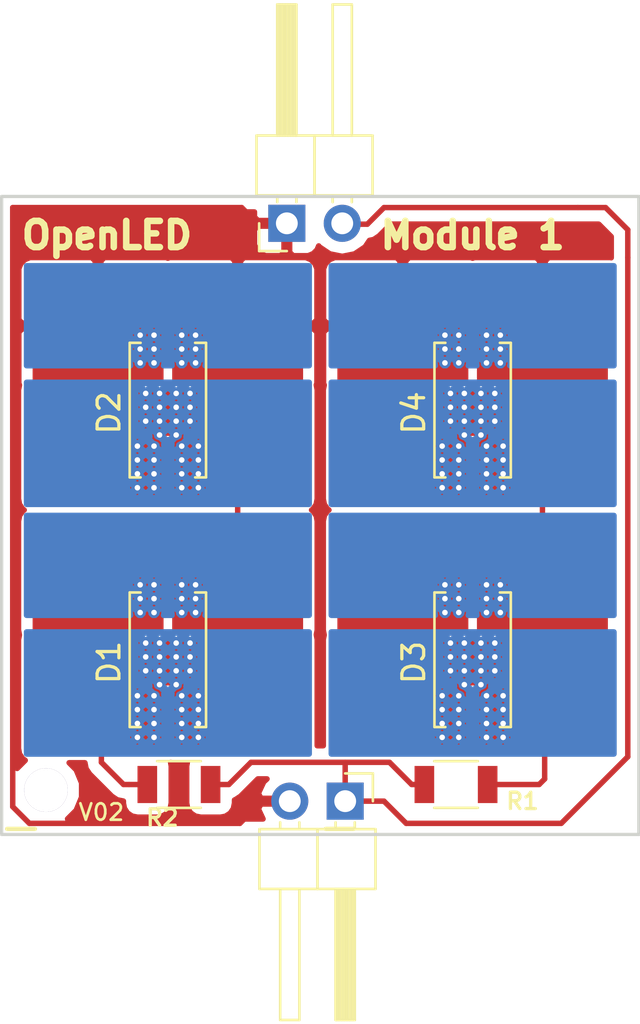
<source format=kicad_pcb>
(kicad_pcb (version 4) (host pcbnew 4.0.5)
  (title_block (title "Open LED Module 1") (date 2017-05-01) (rev 1.02) (company blinkgestalten))
  (layers (0 F.Cu signal) (31 B.Cu signal) (34 B.Paste user) (35 F.Paste user) (36 B.SilkS user) (37 F.SilkS user) (38 B.Mask user) (39 F.Mask user) (44 Edge.Cuts user))
  (net 0 "")
  (net 1 GND)
  (net 2 "Net-(D1-Pad2)")
  (net 3 "Net-(D3-Pad2)")
  (net 4 +24V)
  (net 5 "Net-(D1-Pad1)")
  (net 6 "Net-(D3-Pad1)")
  (module Resistors_SMD:R_1206 (layer F.Cu) (at 145.288 96.774 180)
    (fp_text reference R2 (at 0.762 -1.524 180) (layer F.SilkS) (effects (font (size 0.75 0.75))))
    (fp_text value 15)
    (fp_line (start 1 1.07) (end -1 1.07) (layer F.SilkS) (width 0.12))
    (fp_line (start -1 -1.07) (end 1 -1.07) (layer F.SilkS) (width 0.12))
    (pad 1 smd rect (at -1.45 0 180) (size 0.9 1.7) (layers F.Cu F.Paste F.Mask) (net 4 +24V))
    (pad 2 smd rect (at 1.45 0 180) (size 0.9 1.7) (layers F.Cu F.Paste F.Mask) (net 2 "Net-(D1-Pad2)"))
  )
  (module Resistors_SMD:R_1206 (layer F.Cu) (at 157.988 96.774)
    (fp_text reference R1 (at 3.048 0.762) (layer F.SilkS) (effects (font (size 0.75 0.75))))
    (fp_text value 15)
    (fp_line (start 1 1.07) (end -1 1.07) (layer F.SilkS) (width 0.12))
    (fp_line (start -1 -1.07) (end 1 -1.07) (layer F.SilkS) (width 0.12))
    (pad 1 smd rect (at -1.45 0) (size 0.9 1.7) (layers F.Cu F.Paste F.Mask) (net 4 +24V))
    (pad 2 smd rect (at 1.45 0) (size 0.9 1.7) (layers F.Cu F.Paste F.Mask) (net 3 "Net-(D3-Pad2)"))
  )
  (module Pin_Headers:Pin_Header_Angled_1x02_Pitch2.54mm (layer F.Cu) (at 152.908 97.536 270)
    (fp_text reference P2 hide)
    (fp_text value CONN1)
    (fp_line (start 1.28 -1.39) (end 1.28 1.27) (layer F.SilkS) (width 0.12))
    (fp_line (start 1.28 1.27) (end 4.02 1.27) (layer F.SilkS) (width 0.12))
    (fp_line (start 4.02 1.27) (end 4.02 -1.39) (layer F.SilkS) (width 0.12))
    (fp_line (start 4.02 -1.39) (end 1.28 -1.39) (layer F.SilkS) (width 0.12))
    (fp_line (start 4.02 -0.44) (end 4.02 0.44) (layer F.SilkS) (width 0.12))
    (fp_line (start 4.02 0.44) (end 10.02 0.44) (layer F.SilkS) (width 0.12))
    (fp_line (start 10.02 0.44) (end 10.02 -0.44) (layer F.SilkS) (width 0.12))
    (fp_line (start 10.02 -0.44) (end 4.02 -0.44) (layer F.SilkS) (width 0.12))
    (fp_line (start 0.97 -0.44) (end 1.28 -0.44) (layer F.SilkS) (width 0.12))
    (fp_line (start 0.97 0.44) (end 1.28 0.44) (layer F.SilkS) (width 0.12))
    (fp_line (start 4.02 -0.32) (end 10.02 -0.32) (layer F.SilkS) (width 0.12))
    (fp_line (start 4.02 -0.2) (end 10.02 -0.2) (layer F.SilkS) (width 0.12))
    (fp_line (start 4.02 -0.08) (end 10.02 -0.08) (layer F.SilkS) (width 0.12))
    (fp_line (start 4.02 0.04) (end 10.02 0.04) (layer F.SilkS) (width 0.12))
    (fp_line (start 4.02 0.16) (end 10.02 0.16) (layer F.SilkS) (width 0.12))
    (fp_line (start 4.02 0.28) (end 10.02 0.28) (layer F.SilkS) (width 0.12))
    (fp_line (start 4.02 0.4) (end 10.02 0.4) (layer F.SilkS) (width 0.12))
    (fp_line (start 1.28 1.27) (end 1.28 3.93) (layer F.SilkS) (width 0.12))
    (fp_line (start 1.28 3.93) (end 4.02 3.93) (layer F.SilkS) (width 0.12))
    (fp_line (start 4.02 3.93) (end 4.02 1.27) (layer F.SilkS) (width 0.12))
    (fp_line (start 4.02 1.27) (end 1.28 1.27) (layer F.SilkS) (width 0.12))
    (fp_line (start 4.02 2.1) (end 4.02 2.98) (layer F.SilkS) (width 0.12))
    (fp_line (start 4.02 2.98) (end 10.02 2.98) (layer F.SilkS) (width 0.12))
    (fp_line (start 10.02 2.98) (end 10.02 2.1) (layer F.SilkS) (width 0.12))
    (fp_line (start 10.02 2.1) (end 4.02 2.1) (layer F.SilkS) (width 0.12))
    (fp_line (start 0.97 2.1) (end 1.28 2.1) (layer F.SilkS) (width 0.12))
    (fp_line (start 0.97 2.98) (end 1.28 2.98) (layer F.SilkS) (width 0.12))
    (fp_line (start -1.27 0) (end -1.27 -1.27) (layer F.SilkS) (width 0.12))
    (fp_line (start -1.27 -1.27) (end 0 -1.27) (layer F.SilkS) (width 0.12))
    (pad 1 thru_hole rect (at 0 0 270) (size 1.7 1.7) (drill 1) (layers *.Cu *.Mask) (net 4 +24V))
    (pad 2 thru_hole oval (at 0 2.54 270) (size 1.7 1.7) (drill 1) (layers *.Cu *.Mask) (net 1 GND))
  )
  (module Pin_Headers:Pin_Header_Angled_1x02_Pitch2.54mm (layer F.Cu) (at 150.23338 71.07936 90)
    (fp_text reference P1 hide)
    (fp_text value CONN2)
    (fp_line (start 1.28 -1.39) (end 1.28 1.27) (layer F.SilkS) (width 0.12))
    (fp_line (start 1.28 1.27) (end 4.02 1.27) (layer F.SilkS) (width 0.12))
    (fp_line (start 4.02 1.27) (end 4.02 -1.39) (layer F.SilkS) (width 0.12))
    (fp_line (start 4.02 -1.39) (end 1.28 -1.39) (layer F.SilkS) (width 0.12))
    (fp_line (start 4.02 -0.44) (end 4.02 0.44) (layer F.SilkS) (width 0.12))
    (fp_line (start 4.02 0.44) (end 10.02 0.44) (layer F.SilkS) (width 0.12))
    (fp_line (start 10.02 0.44) (end 10.02 -0.44) (layer F.SilkS) (width 0.12))
    (fp_line (start 10.02 -0.44) (end 4.02 -0.44) (layer F.SilkS) (width 0.12))
    (fp_line (start 0.97 -0.44) (end 1.28 -0.44) (layer F.SilkS) (width 0.12))
    (fp_line (start 0.97 0.44) (end 1.28 0.44) (layer F.SilkS) (width 0.12))
    (fp_line (start 4.02 -0.32) (end 10.02 -0.32) (layer F.SilkS) (width 0.12))
    (fp_line (start 4.02 -0.2) (end 10.02 -0.2) (layer F.SilkS) (width 0.12))
    (fp_line (start 4.02 -0.08) (end 10.02 -0.08) (layer F.SilkS) (width 0.12))
    (fp_line (start 4.02 0.04) (end 10.02 0.04) (layer F.SilkS) (width 0.12))
    (fp_line (start 4.02 0.16) (end 10.02 0.16) (layer F.SilkS) (width 0.12))
    (fp_line (start 4.02 0.28) (end 10.02 0.28) (layer F.SilkS) (width 0.12))
    (fp_line (start 4.02 0.4) (end 10.02 0.4) (layer F.SilkS) (width 0.12))
    (fp_line (start 1.28 1.27) (end 1.28 3.93) (layer F.SilkS) (width 0.12))
    (fp_line (start 1.28 3.93) (end 4.02 3.93) (layer F.SilkS) (width 0.12))
    (fp_line (start 4.02 3.93) (end 4.02 1.27) (layer F.SilkS) (width 0.12))
    (fp_line (start 4.02 1.27) (end 1.28 1.27) (layer F.SilkS) (width 0.12))
    (fp_line (start 4.02 2.1) (end 4.02 2.98) (layer F.SilkS) (width 0.12))
    (fp_line (start 4.02 2.98) (end 10.02 2.98) (layer F.SilkS) (width 0.12))
    (fp_line (start 10.02 2.98) (end 10.02 2.1) (layer F.SilkS) (width 0.12))
    (fp_line (start 10.02 2.1) (end 4.02 2.1) (layer F.SilkS) (width 0.12))
    (fp_line (start 0.97 2.1) (end 1.28 2.1) (layer F.SilkS) (width 0.12))
    (fp_line (start 0.97 2.98) (end 1.28 2.98) (layer F.SilkS) (width 0.12))
    (fp_line (start -1.27 0) (end -1.27 -1.27) (layer F.SilkS) (width 0.12))
    (fp_line (start -1.27 -1.27) (end 0 -1.27) (layer F.SilkS) (width 0.12))
    (pad 1 thru_hole rect (at 0 0 90) (size 1.7 1.7) (drill 1) (layers *.Cu *.Mask) (net 1 GND))
    (pad 2 thru_hole oval (at 0 2.54 90) (size 1.7 1.7) (drill 1) (layers *.Cu *.Mask) (net 4 +24V))
  )
  (module OpenLed:DRILLHOLE (layer F.Cu) (at 138.938 97.282)
    (fp_text reference "" (at 0 0.5) (layer F.SilkS))
    (fp_text value "")
    (pad 1 thru_hole circle (at 0.254 -0.254) (size 2 2) (drill 2) (layers *.Cu))
  )
  (module OpenLed:DRILLHOLE (layer F.Cu) (at 164.846 97.536)
    (fp_text reference "" (at 0 0.5) (layer F.SilkS))
    (fp_text value "")
  )
  (module OpenLed:LED_OsramDURIS_E5_JDSTS2EM (layer F.Cu) (at 158.75 91.186 270)
    (fp_text reference D3 (at 0 2.7 270) (layer F.SilkS))
    (fp_text value LED)
    (fp_line (start 2.956 -1.75) (end 2.956 -1.25) (layer F.SilkS) (width 0.12))
    (fp_line (start 2.956 1.75) (end 2.956 1.25) (layer F.SilkS) (width 0.12))
    (fp_line (start -3.205 1.75) (end 2.956 1.75) (layer F.SilkS) (width 0.12))
    (fp_line (start -3.205 1.25) (end -3.205 1.75) (layer F.SilkS) (width 0.12))
    (fp_line (start -3.205 -1.75) (end -3.205 -1.25) (layer F.SilkS) (width 0.12))
    (fp_line (start 2.956 -1.75) (end -3.205 -1.75) (layer F.SilkS) (width 0.12))
    (pad 1 thru_hole circle (at -3.556 0.635 270) (size 0.254 0.254) (drill 0.254) (layers *.Cu) (net 6 "Net-(D3-Pad1)"))
    (pad 1 thru_hole circle (at -3.556 1.27 270) (size 0.254 0.254) (drill 0.254) (layers *.Cu) (net 6 "Net-(D3-Pad1)"))
    (pad 1 thru_hole circle (at -2.921 1.27 270) (size 0.254 0.254) (drill 0.254) (layers *.Cu) (net 6 "Net-(D3-Pad1)"))
    (pad 1 thru_hole circle (at -2.286 1.27 270) (size 0.254 0.254) (drill 0.254) (layers *.Cu) (net 6 "Net-(D3-Pad1)"))
    (pad 1 thru_hole circle (at -3.556 -0.635 270) (size 0.254 0.254) (drill 0.254) (layers *.Cu) (net 6 "Net-(D3-Pad1)"))
    (pad 1 thru_hole circle (at -3.556 -1.27 270) (size 0.254 0.254) (drill 0.254) (layers *.Cu) (net 6 "Net-(D3-Pad1)"))
    (pad 1 thru_hole circle (at -2.921 -1.27 270) (size 0.254 0.254) (drill 0.254) (layers *.Cu) (net 6 "Net-(D3-Pad1)"))
    (pad 1 thru_hole circle (at -2.286 -1.27 270) (size 0.254 0.254) (drill 0.254) (layers *.Cu) (net 6 "Net-(D3-Pad1)"))
    (pad 1 thru_hole circle (at -2.921 0.635 270) (size 0.254 0.254) (drill 0.254) (layers *.Cu) (net 6 "Net-(D3-Pad1)"))
    (pad 1 thru_hole circle (at -2.286 0.635 270) (size 0.254 0.254) (drill 0.254) (layers *.Cu) (net 6 "Net-(D3-Pad1)"))
    (pad 1 thru_hole circle (at -2.921 -0.635 270) (size 0.254 0.254) (drill 0.254) (layers *.Cu) (net 6 "Net-(D3-Pad1)"))
    (pad 1 thru_hole circle (at -2.286 -0.635 270) (size 0.254 0.254) (drill 0.254) (layers *.Cu) (net 6 "Net-(D3-Pad1)"))
    (pad 1 smd rect (at -3.975 3.2 270) (size 5 6) (layers F.Cu F.Mask) (net 6 "Net-(D3-Pad1)"))
    (pad 1 smd rect (at -3.975 -3.2 270) (size 5 6) (layers F.Cu F.Mask) (net 6 "Net-(D3-Pad1)"))
    (pad 2 thru_hole circle (at 0.381 1.016 270) (size 0.254 0.254) (drill 0.254) (layers *.Cu) (net 3 "Net-(D3-Pad2)"))
    (pad 2 thru_hole circle (at -0.254 1.016 270) (size 0.254 0.254) (drill 0.254) (layers *.Cu) (net 3 "Net-(D3-Pad2)"))
    (pad 2 thru_hole circle (at -0.889 1.016 270) (size 0.254 0.254) (drill 0.254) (layers *.Cu) (net 3 "Net-(D3-Pad2)"))
    (pad 2 thru_hole circle (at 3.429 0.635 270) (size 0.254 0.254) (drill 0.254) (layers *.Cu) (net 3 "Net-(D3-Pad2)"))
    (pad 2 thru_hole circle (at 3.429 1.397 270) (size 0.254 0.254) (drill 0.254) (layers *.Cu) (net 3 "Net-(D3-Pad2)"))
    (pad 2 thru_hole circle (at 2.794 1.397 270) (size 0.254 0.254) (drill 0.254) (layers *.Cu) (net 3 "Net-(D3-Pad2)"))
    (pad 2 thru_hole circle (at 2.159 1.397 270) (size 0.254 0.254) (drill 0.254) (layers *.Cu) (net 3 "Net-(D3-Pad2)"))
    (pad 2 thru_hole circle (at 1.524 1.397 270) (size 0.254 0.254) (drill 0.254) (layers *.Cu) (net 3 "Net-(D3-Pad2)"))
    (pad 2 thru_hole circle (at 3.429 -0.635 270) (size 0.254 0.254) (drill 0.254) (layers *.Cu) (net 3 "Net-(D3-Pad2)"))
    (pad 2 thru_hole circle (at 3.429 -1.397 270) (size 0.254 0.254) (drill 0.254) (layers *.Cu) (net 3 "Net-(D3-Pad2)"))
    (pad 2 thru_hole circle (at 2.794 -1.397 270) (size 0.254 0.254) (drill 0.254) (layers *.Cu) (net 3 "Net-(D3-Pad2)"))
    (pad 2 thru_hole circle (at 2.159 -1.397 270) (size 0.254 0.254) (drill 0.254) (layers *.Cu) (net 3 "Net-(D3-Pad2)"))
    (pad 2 thru_hole circle (at 1.524 -1.397 270) (size 0.254 0.254) (drill 0.254) (layers *.Cu) (net 3 "Net-(D3-Pad2)"))
    (pad 2 thru_hole circle (at 0.381 -1.016 270) (size 0.254 0.254) (drill 0.254) (layers *.Cu) (net 3 "Net-(D3-Pad2)"))
    (pad 2 thru_hole circle (at -0.254 -1.016 270) (size 0.254 0.254) (drill 0.254) (layers *.Cu) (net 3 "Net-(D3-Pad2)"))
    (pad 2 thru_hole circle (at -0.889 -1.016 270) (size 0.254 0.254) (drill 0.254) (layers *.Cu) (net 3 "Net-(D3-Pad2)"))
    (pad 2 thru_hole circle (at 2.794 0.635 270) (size 0.254 0.254) (drill 0.254) (layers *.Cu) (net 3 "Net-(D3-Pad2)"))
    (pad 2 thru_hole circle (at 2.159 0.635 270) (size 0.254 0.254) (drill 0.254) (layers *.Cu) (net 3 "Net-(D3-Pad2)"))
    (pad 2 thru_hole circle (at 1.524 0.635 270) (size 0.254 0.254) (drill 0.254) (layers *.Cu) (net 3 "Net-(D3-Pad2)"))
    (pad 2 thru_hole circle (at 2.794 -0.635 270) (size 0.254 0.254) (drill 0.254) (layers *.Cu) (net 3 "Net-(D3-Pad2)"))
    (pad 2 thru_hole circle (at 2.159 -0.635 270) (size 0.254 0.254) (drill 0.254) (layers *.Cu) (net 3 "Net-(D3-Pad2)"))
    (pad 2 thru_hole circle (at 1.524 -0.635 270) (size 0.254 0.254) (drill 0.254) (layers *.Cu) (net 3 "Net-(D3-Pad2)"))
    (pad 2 thru_hole circle (at 1.016 -0.381 270) (size 0.254 0.254) (drill 0.254) (layers *.Cu) (net 3 "Net-(D3-Pad2)"))
    (pad 2 thru_hole circle (at 1.016 0.381 270) (size 0.254 0.254) (drill 0.254) (layers *.Cu) (net 3 "Net-(D3-Pad2)"))
    (pad 2 thru_hole circle (at 0.381 0.381 270) (size 0.254 0.254) (drill 0.254) (layers *.Cu) (net 3 "Net-(D3-Pad2)"))
    (pad 2 thru_hole circle (at 0.381 -0.381 270) (size 0.254 0.254) (drill 0.254) (layers *.Cu) (net 3 "Net-(D3-Pad2)"))
    (pad 2 thru_hole circle (at -0.254 -0.381 270) (size 0.254 0.254) (drill 0.254) (layers *.Cu) (net 3 "Net-(D3-Pad2)"))
    (pad 2 smd rect (at 2.01 -0.65 270) (size 1.91 0.9) (layers F.Cu F.Paste F.Mask) (net 3 "Net-(D3-Pad2)"))
    (pad 1 smd rect (at -2.34 0.65 270) (size 1.73 0.9) (layers F.Cu F.Paste F.Mask) (net 6 "Net-(D3-Pad1)"))
    (pad 2 smd rect (at 0 0 270) (size 2.11 1.44) (layers F.Cu F.Paste F.Mask) (net 3 "Net-(D3-Pad2)"))
    (pad 2 smd rect (at 2.01 0.65 270) (size 1.91 0.9) (layers F.Cu F.Paste F.Mask) (net 3 "Net-(D3-Pad2)"))
    (pad 2 thru_hole circle (at -0.889 -0.381 270) (size 0.254 0.254) (drill 0.254) (layers *.Cu) (net 3 "Net-(D3-Pad2)"))
    (pad 2 thru_hole circle (at -0.889 0.381 270) (size 0.254 0.254) (drill 0.254) (layers *.Cu) (net 3 "Net-(D3-Pad2)"))
    (pad 2 thru_hole circle (at -0.254 0.381 270) (size 0.254 0.254) (drill 0.254) (layers *.Cu) (net 3 "Net-(D3-Pad2)"))
    (pad 1 smd rect (at -2.34 -0.65 270) (size 1.73 0.9) (layers F.Cu F.Paste F.Mask) (net 6 "Net-(D3-Pad1)"))
    (pad 2 smd rect (at 1.445 -3.2 270) (size 5 6) (layers F.Cu F.Mask) (net 3 "Net-(D3-Pad2)"))
    (pad 2 smd rect (at 1.445 3.2 270) (size 5 6) (layers F.Cu F.Mask) (net 3 "Net-(D3-Pad2)"))
  )
  (module OpenLed:LED_OsramDURIS_E5_JDSTS2EM (layer F.Cu) (at 144.78 79.756 270)
    (fp_text reference D2 (at 0 2.7 270) (layer F.SilkS))
    (fp_text value LED)
    (fp_line (start 2.956 -1.75) (end 2.956 -1.25) (layer F.SilkS) (width 0.12))
    (fp_line (start 2.956 1.75) (end 2.956 1.25) (layer F.SilkS) (width 0.12))
    (fp_line (start -3.205 1.75) (end 2.956 1.75) (layer F.SilkS) (width 0.12))
    (fp_line (start -3.205 1.25) (end -3.205 1.75) (layer F.SilkS) (width 0.12))
    (fp_line (start -3.205 -1.75) (end -3.205 -1.25) (layer F.SilkS) (width 0.12))
    (fp_line (start 2.956 -1.75) (end -3.205 -1.75) (layer F.SilkS) (width 0.12))
    (pad 1 thru_hole circle (at -3.556 0.635 270) (size 0.254 0.254) (drill 0.254) (layers *.Cu) (net 1 GND))
    (pad 1 thru_hole circle (at -3.556 1.27 270) (size 0.254 0.254) (drill 0.254) (layers *.Cu) (net 1 GND))
    (pad 1 thru_hole circle (at -2.921 1.27 270) (size 0.254 0.254) (drill 0.254) (layers *.Cu) (net 1 GND))
    (pad 1 thru_hole circle (at -2.286 1.27 270) (size 0.254 0.254) (drill 0.254) (layers *.Cu) (net 1 GND))
    (pad 1 thru_hole circle (at -3.556 -0.635 270) (size 0.254 0.254) (drill 0.254) (layers *.Cu) (net 1 GND))
    (pad 1 thru_hole circle (at -3.556 -1.27 270) (size 0.254 0.254) (drill 0.254) (layers *.Cu) (net 1 GND))
    (pad 1 thru_hole circle (at -2.921 -1.27 270) (size 0.254 0.254) (drill 0.254) (layers *.Cu) (net 1 GND))
    (pad 1 thru_hole circle (at -2.286 -1.27 270) (size 0.254 0.254) (drill 0.254) (layers *.Cu) (net 1 GND))
    (pad 1 thru_hole circle (at -2.921 0.635 270) (size 0.254 0.254) (drill 0.254) (layers *.Cu) (net 1 GND))
    (pad 1 thru_hole circle (at -2.286 0.635 270) (size 0.254 0.254) (drill 0.254) (layers *.Cu) (net 1 GND))
    (pad 1 thru_hole circle (at -2.921 -0.635 270) (size 0.254 0.254) (drill 0.254) (layers *.Cu) (net 1 GND))
    (pad 1 thru_hole circle (at -2.286 -0.635 270) (size 0.254 0.254) (drill 0.254) (layers *.Cu) (net 1 GND))
    (pad 1 smd rect (at -3.975 3.2 270) (size 5 6) (layers F.Cu F.Mask) (net 1 GND))
    (pad 1 smd rect (at -3.975 -3.2 270) (size 5 6) (layers F.Cu F.Mask) (net 1 GND))
    (pad 2 thru_hole circle (at 0.381 1.016 270) (size 0.254 0.254) (drill 0.254) (layers *.Cu) (net 5 "Net-(D1-Pad1)"))
    (pad 2 thru_hole circle (at -0.254 1.016 270) (size 0.254 0.254) (drill 0.254) (layers *.Cu) (net 5 "Net-(D1-Pad1)"))
    (pad 2 thru_hole circle (at -0.889 1.016 270) (size 0.254 0.254) (drill 0.254) (layers *.Cu) (net 5 "Net-(D1-Pad1)"))
    (pad 2 thru_hole circle (at 3.429 0.635 270) (size 0.254 0.254) (drill 0.254) (layers *.Cu) (net 5 "Net-(D1-Pad1)"))
    (pad 2 thru_hole circle (at 3.429 1.397 270) (size 0.254 0.254) (drill 0.254) (layers *.Cu) (net 5 "Net-(D1-Pad1)"))
    (pad 2 thru_hole circle (at 2.794 1.397 270) (size 0.254 0.254) (drill 0.254) (layers *.Cu) (net 5 "Net-(D1-Pad1)"))
    (pad 2 thru_hole circle (at 2.159 1.397 270) (size 0.254 0.254) (drill 0.254) (layers *.Cu) (net 5 "Net-(D1-Pad1)"))
    (pad 2 thru_hole circle (at 1.524 1.397 270) (size 0.254 0.254) (drill 0.254) (layers *.Cu) (net 5 "Net-(D1-Pad1)"))
    (pad 2 thru_hole circle (at 3.429 -0.635 270) (size 0.254 0.254) (drill 0.254) (layers *.Cu) (net 5 "Net-(D1-Pad1)"))
    (pad 2 thru_hole circle (at 3.429 -1.397 270) (size 0.254 0.254) (drill 0.254) (layers *.Cu) (net 5 "Net-(D1-Pad1)"))
    (pad 2 thru_hole circle (at 2.794 -1.397 270) (size 0.254 0.254) (drill 0.254) (layers *.Cu) (net 5 "Net-(D1-Pad1)"))
    (pad 2 thru_hole circle (at 2.159 -1.397 270) (size 0.254 0.254) (drill 0.254) (layers *.Cu) (net 5 "Net-(D1-Pad1)"))
    (pad 2 thru_hole circle (at 1.524 -1.397 270) (size 0.254 0.254) (drill 0.254) (layers *.Cu) (net 5 "Net-(D1-Pad1)"))
    (pad 2 thru_hole circle (at 0.381 -1.016 270) (size 0.254 0.254) (drill 0.254) (layers *.Cu) (net 5 "Net-(D1-Pad1)"))
    (pad 2 thru_hole circle (at -0.254 -1.016 270) (size 0.254 0.254) (drill 0.254) (layers *.Cu) (net 5 "Net-(D1-Pad1)"))
    (pad 2 thru_hole circle (at -0.889 -1.016 270) (size 0.254 0.254) (drill 0.254) (layers *.Cu) (net 5 "Net-(D1-Pad1)"))
    (pad 2 thru_hole circle (at 2.794 0.635 270) (size 0.254 0.254) (drill 0.254) (layers *.Cu) (net 5 "Net-(D1-Pad1)"))
    (pad 2 thru_hole circle (at 2.159 0.635 270) (size 0.254 0.254) (drill 0.254) (layers *.Cu) (net 5 "Net-(D1-Pad1)"))
    (pad 2 thru_hole circle (at 1.524 0.635 270) (size 0.254 0.254) (drill 0.254) (layers *.Cu) (net 5 "Net-(D1-Pad1)"))
    (pad 2 thru_hole circle (at 2.794 -0.635 270) (size 0.254 0.254) (drill 0.254) (layers *.Cu) (net 5 "Net-(D1-Pad1)"))
    (pad 2 thru_hole circle (at 2.159 -0.635 270) (size 0.254 0.254) (drill 0.254) (layers *.Cu) (net 5 "Net-(D1-Pad1)"))
    (pad 2 thru_hole circle (at 1.524 -0.635 270) (size 0.254 0.254) (drill 0.254) (layers *.Cu) (net 5 "Net-(D1-Pad1)"))
    (pad 2 thru_hole circle (at 1.016 -0.381 270) (size 0.254 0.254) (drill 0.254) (layers *.Cu) (net 5 "Net-(D1-Pad1)"))
    (pad 2 thru_hole circle (at 1.016 0.381 270) (size 0.254 0.254) (drill 0.254) (layers *.Cu) (net 5 "Net-(D1-Pad1)"))
    (pad 2 thru_hole circle (at 0.381 0.381 270) (size 0.254 0.254) (drill 0.254) (layers *.Cu) (net 5 "Net-(D1-Pad1)"))
    (pad 2 thru_hole circle (at 0.381 -0.381 270) (size 0.254 0.254) (drill 0.254) (layers *.Cu) (net 5 "Net-(D1-Pad1)"))
    (pad 2 thru_hole circle (at -0.254 -0.381 270) (size 0.254 0.254) (drill 0.254) (layers *.Cu) (net 5 "Net-(D1-Pad1)"))
    (pad 2 smd rect (at 2.01 -0.65 270) (size 1.91 0.9) (layers F.Cu F.Paste F.Mask) (net 5 "Net-(D1-Pad1)"))
    (pad 1 smd rect (at -2.34 0.65 270) (size 1.73 0.9) (layers F.Cu F.Paste F.Mask) (net 1 GND))
    (pad 2 smd rect (at 0 0 270) (size 2.11 1.44) (layers F.Cu F.Paste F.Mask) (net 5 "Net-(D1-Pad1)"))
    (pad 2 smd rect (at 2.01 0.65 270) (size 1.91 0.9) (layers F.Cu F.Paste F.Mask) (net 5 "Net-(D1-Pad1)"))
    (pad 2 thru_hole circle (at -0.889 -0.381 270) (size 0.254 0.254) (drill 0.254) (layers *.Cu) (net 5 "Net-(D1-Pad1)"))
    (pad 2 thru_hole circle (at -0.889 0.381 270) (size 0.254 0.254) (drill 0.254) (layers *.Cu) (net 5 "Net-(D1-Pad1)"))
    (pad 2 thru_hole circle (at -0.254 0.381 270) (size 0.254 0.254) (drill 0.254) (layers *.Cu) (net 5 "Net-(D1-Pad1)"))
    (pad 1 smd rect (at -2.34 -0.65 270) (size 1.73 0.9) (layers F.Cu F.Paste F.Mask) (net 1 GND))
    (pad 2 smd rect (at 1.445 -3.2 270) (size 5 6) (layers F.Cu F.Mask) (net 5 "Net-(D1-Pad1)"))
    (pad 2 smd rect (at 1.445 3.2 270) (size 5 6) (layers F.Cu F.Mask) (net 5 "Net-(D1-Pad1)"))
  )
  (module OpenLed:LED_OsramDURIS_E5_JDSTS2EM (layer F.Cu) (at 144.78 91.186 270)
    (fp_text reference D1 (at 0 2.7 270) (layer F.SilkS))
    (fp_text value LED)
    (fp_line (start 2.956 -1.75) (end 2.956 -1.25) (layer F.SilkS) (width 0.12))
    (fp_line (start 2.956 1.75) (end 2.956 1.25) (layer F.SilkS) (width 0.12))
    (fp_line (start -3.205 1.75) (end 2.956 1.75) (layer F.SilkS) (width 0.12))
    (fp_line (start -3.205 1.25) (end -3.205 1.75) (layer F.SilkS) (width 0.12))
    (fp_line (start -3.205 -1.75) (end -3.205 -1.25) (layer F.SilkS) (width 0.12))
    (fp_line (start 2.956 -1.75) (end -3.205 -1.75) (layer F.SilkS) (width 0.12))
    (pad 1 thru_hole circle (at -3.556 0.635 270) (size 0.254 0.254) (drill 0.254) (layers *.Cu) (net 5 "Net-(D1-Pad1)"))
    (pad 1 thru_hole circle (at -3.556 1.27 270) (size 0.254 0.254) (drill 0.254) (layers *.Cu) (net 5 "Net-(D1-Pad1)"))
    (pad 1 thru_hole circle (at -2.921 1.27 270) (size 0.254 0.254) (drill 0.254) (layers *.Cu) (net 5 "Net-(D1-Pad1)"))
    (pad 1 thru_hole circle (at -2.286 1.27 270) (size 0.254 0.254) (drill 0.254) (layers *.Cu) (net 5 "Net-(D1-Pad1)"))
    (pad 1 thru_hole circle (at -3.556 -0.635 270) (size 0.254 0.254) (drill 0.254) (layers *.Cu) (net 5 "Net-(D1-Pad1)"))
    (pad 1 thru_hole circle (at -3.556 -1.27 270) (size 0.254 0.254) (drill 0.254) (layers *.Cu) (net 5 "Net-(D1-Pad1)"))
    (pad 1 thru_hole circle (at -2.921 -1.27 270) (size 0.254 0.254) (drill 0.254) (layers *.Cu) (net 5 "Net-(D1-Pad1)"))
    (pad 1 thru_hole circle (at -2.286 -1.27 270) (size 0.254 0.254) (drill 0.254) (layers *.Cu) (net 5 "Net-(D1-Pad1)"))
    (pad 1 thru_hole circle (at -2.921 0.635 270) (size 0.254 0.254) (drill 0.254) (layers *.Cu) (net 5 "Net-(D1-Pad1)"))
    (pad 1 thru_hole circle (at -2.286 0.635 270) (size 0.254 0.254) (drill 0.254) (layers *.Cu) (net 5 "Net-(D1-Pad1)"))
    (pad 1 thru_hole circle (at -2.921 -0.635 270) (size 0.254 0.254) (drill 0.254) (layers *.Cu) (net 5 "Net-(D1-Pad1)"))
    (pad 1 thru_hole circle (at -2.286 -0.635 270) (size 0.254 0.254) (drill 0.254) (layers *.Cu) (net 5 "Net-(D1-Pad1)"))
    (pad 1 smd rect (at -3.975 3.2 270) (size 5 6) (layers F.Cu F.Mask) (net 5 "Net-(D1-Pad1)"))
    (pad 1 smd rect (at -3.975 -3.2 270) (size 5 6) (layers F.Cu F.Mask) (net 5 "Net-(D1-Pad1)"))
    (pad 2 thru_hole circle (at 0.381 1.016 270) (size 0.254 0.254) (drill 0.254) (layers *.Cu) (net 2 "Net-(D1-Pad2)"))
    (pad 2 thru_hole circle (at -0.254 1.016 270) (size 0.254 0.254) (drill 0.254) (layers *.Cu) (net 2 "Net-(D1-Pad2)"))
    (pad 2 thru_hole circle (at -0.889 1.016 270) (size 0.254 0.254) (drill 0.254) (layers *.Cu) (net 2 "Net-(D1-Pad2)"))
    (pad 2 thru_hole circle (at 3.429 0.635 270) (size 0.254 0.254) (drill 0.254) (layers *.Cu) (net 2 "Net-(D1-Pad2)"))
    (pad 2 thru_hole circle (at 3.429 1.397 270) (size 0.254 0.254) (drill 0.254) (layers *.Cu) (net 2 "Net-(D1-Pad2)"))
    (pad 2 thru_hole circle (at 2.794 1.397 270) (size 0.254 0.254) (drill 0.254) (layers *.Cu) (net 2 "Net-(D1-Pad2)"))
    (pad 2 thru_hole circle (at 2.159 1.397 270) (size 0.254 0.254) (drill 0.254) (layers *.Cu) (net 2 "Net-(D1-Pad2)"))
    (pad 2 thru_hole circle (at 1.524 1.397 270) (size 0.254 0.254) (drill 0.254) (layers *.Cu) (net 2 "Net-(D1-Pad2)"))
    (pad 2 thru_hole circle (at 3.429 -0.635 270) (size 0.254 0.254) (drill 0.254) (layers *.Cu) (net 2 "Net-(D1-Pad2)"))
    (pad 2 thru_hole circle (at 3.429 -1.397 270) (size 0.254 0.254) (drill 0.254) (layers *.Cu) (net 2 "Net-(D1-Pad2)"))
    (pad 2 thru_hole circle (at 2.794 -1.397 270) (size 0.254 0.254) (drill 0.254) (layers *.Cu) (net 2 "Net-(D1-Pad2)"))
    (pad 2 thru_hole circle (at 2.159 -1.397 270) (size 0.254 0.254) (drill 0.254) (layers *.Cu) (net 2 "Net-(D1-Pad2)"))
    (pad 2 thru_hole circle (at 1.524 -1.397 270) (size 0.254 0.254) (drill 0.254) (layers *.Cu) (net 2 "Net-(D1-Pad2)"))
    (pad 2 thru_hole circle (at 0.381 -1.016 270) (size 0.254 0.254) (drill 0.254) (layers *.Cu) (net 2 "Net-(D1-Pad2)"))
    (pad 2 thru_hole circle (at -0.254 -1.016 270) (size 0.254 0.254) (drill 0.254) (layers *.Cu) (net 2 "Net-(D1-Pad2)"))
    (pad 2 thru_hole circle (at -0.889 -1.016 270) (size 0.254 0.254) (drill 0.254) (layers *.Cu) (net 2 "Net-(D1-Pad2)"))
    (pad 2 thru_hole circle (at 2.794 0.635 270) (size 0.254 0.254) (drill 0.254) (layers *.Cu) (net 2 "Net-(D1-Pad2)"))
    (pad 2 thru_hole circle (at 2.159 0.635 270) (size 0.254 0.254) (drill 0.254) (layers *.Cu) (net 2 "Net-(D1-Pad2)"))
    (pad 2 thru_hole circle (at 1.524 0.635 270) (size 0.254 0.254) (drill 0.254) (layers *.Cu) (net 2 "Net-(D1-Pad2)"))
    (pad 2 thru_hole circle (at 2.794 -0.635 270) (size 0.254 0.254) (drill 0.254) (layers *.Cu) (net 2 "Net-(D1-Pad2)"))
    (pad 2 thru_hole circle (at 2.159 -0.635 270) (size 0.254 0.254) (drill 0.254) (layers *.Cu) (net 2 "Net-(D1-Pad2)"))
    (pad 2 thru_hole circle (at 1.524 -0.635 270) (size 0.254 0.254) (drill 0.254) (layers *.Cu) (net 2 "Net-(D1-Pad2)"))
    (pad 2 thru_hole circle (at 1.016 -0.381 270) (size 0.254 0.254) (drill 0.254) (layers *.Cu) (net 2 "Net-(D1-Pad2)"))
    (pad 2 thru_hole circle (at 1.016 0.381 270) (size 0.254 0.254) (drill 0.254) (layers *.Cu) (net 2 "Net-(D1-Pad2)"))
    (pad 2 thru_hole circle (at 0.381 0.381 270) (size 0.254 0.254) (drill 0.254) (layers *.Cu) (net 2 "Net-(D1-Pad2)"))
    (pad 2 thru_hole circle (at 0.381 -0.381 270) (size 0.254 0.254) (drill 0.254) (layers *.Cu) (net 2 "Net-(D1-Pad2)"))
    (pad 2 thru_hole circle (at -0.254 -0.381 270) (size 0.254 0.254) (drill 0.254) (layers *.Cu) (net 2 "Net-(D1-Pad2)"))
    (pad 2 smd rect (at 2.01 -0.65 270) (size 1.91 0.9) (layers F.Cu F.Paste F.Mask) (net 2 "Net-(D1-Pad2)"))
    (pad 1 smd rect (at -2.34 0.65 270) (size 1.73 0.9) (layers F.Cu F.Paste F.Mask) (net 5 "Net-(D1-Pad1)"))
    (pad 2 smd rect (at 0 0 270) (size 2.11 1.44) (layers F.Cu F.Paste F.Mask) (net 2 "Net-(D1-Pad2)"))
    (pad 2 smd rect (at 2.01 0.65 270) (size 1.91 0.9) (layers F.Cu F.Paste F.Mask) (net 2 "Net-(D1-Pad2)"))
    (pad 2 thru_hole circle (at -0.889 -0.381 270) (size 0.254 0.254) (drill 0.254) (layers *.Cu) (net 2 "Net-(D1-Pad2)"))
    (pad 2 thru_hole circle (at -0.889 0.381 270) (size 0.254 0.254) (drill 0.254) (layers *.Cu) (net 2 "Net-(D1-Pad2)"))
    (pad 2 thru_hole circle (at -0.254 0.381 270) (size 0.254 0.254) (drill 0.254) (layers *.Cu) (net 2 "Net-(D1-Pad2)"))
    (pad 1 smd rect (at -2.34 -0.65 270) (size 1.73 0.9) (layers F.Cu F.Paste F.Mask) (net 5 "Net-(D1-Pad1)"))
    (pad 2 smd rect (at 1.445 -3.2 270) (size 5 6) (layers F.Cu F.Mask) (net 2 "Net-(D1-Pad2)"))
    (pad 2 smd rect (at 1.445 3.2 270) (size 5 6) (layers F.Cu F.Mask) (net 2 "Net-(D1-Pad2)"))
  )
  (module OpenLed:LED_OsramDURIS_E5_JDSTS2EM (layer F.Cu) (at 158.75 79.756 270)
    (fp_text reference D4 (at 0 2.7 270) (layer F.SilkS))
    (fp_text value LED)
    (fp_line (start 2.956 -1.75) (end 2.956 -1.25) (layer F.SilkS) (width 0.12))
    (fp_line (start 2.956 1.75) (end 2.956 1.25) (layer F.SilkS) (width 0.12))
    (fp_line (start -3.205 1.75) (end 2.956 1.75) (layer F.SilkS) (width 0.12))
    (fp_line (start -3.205 1.25) (end -3.205 1.75) (layer F.SilkS) (width 0.12))
    (fp_line (start -3.205 -1.75) (end -3.205 -1.25) (layer F.SilkS) (width 0.12))
    (fp_line (start 2.956 -1.75) (end -3.205 -1.75) (layer F.SilkS) (width 0.12))
    (pad 1 thru_hole circle (at -3.556 0.635 270) (size 0.254 0.254) (drill 0.254) (layers *.Cu) (net 1 GND))
    (pad 1 thru_hole circle (at -3.556 1.27 270) (size 0.254 0.254) (drill 0.254) (layers *.Cu) (net 1 GND))
    (pad 1 thru_hole circle (at -2.921 1.27 270) (size 0.254 0.254) (drill 0.254) (layers *.Cu) (net 1 GND))
    (pad 1 thru_hole circle (at -2.286 1.27 270) (size 0.254 0.254) (drill 0.254) (layers *.Cu) (net 1 GND))
    (pad 1 thru_hole circle (at -3.556 -0.635 270) (size 0.254 0.254) (drill 0.254) (layers *.Cu) (net 1 GND))
    (pad 1 thru_hole circle (at -3.556 -1.27 270) (size 0.254 0.254) (drill 0.254) (layers *.Cu) (net 1 GND))
    (pad 1 thru_hole circle (at -2.921 -1.27 270) (size 0.254 0.254) (drill 0.254) (layers *.Cu) (net 1 GND))
    (pad 1 thru_hole circle (at -2.286 -1.27 270) (size 0.254 0.254) (drill 0.254) (layers *.Cu) (net 1 GND))
    (pad 1 thru_hole circle (at -2.921 0.635 270) (size 0.254 0.254) (drill 0.254) (layers *.Cu) (net 1 GND))
    (pad 1 thru_hole circle (at -2.286 0.635 270) (size 0.254 0.254) (drill 0.254) (layers *.Cu) (net 1 GND))
    (pad 1 thru_hole circle (at -2.921 -0.635 270) (size 0.254 0.254) (drill 0.254) (layers *.Cu) (net 1 GND))
    (pad 1 thru_hole circle (at -2.286 -0.635 270) (size 0.254 0.254) (drill 0.254) (layers *.Cu) (net 1 GND))
    (pad 1 smd rect (at -3.975 3.2 270) (size 5 6) (layers F.Cu F.Mask) (net 1 GND))
    (pad 1 smd rect (at -3.975 -3.2 270) (size 5 6) (layers F.Cu F.Mask) (net 1 GND))
    (pad 2 thru_hole circle (at 0.381 1.016 270) (size 0.254 0.254) (drill 0.254) (layers *.Cu) (net 6 "Net-(D3-Pad1)"))
    (pad 2 thru_hole circle (at -0.254 1.016 270) (size 0.254 0.254) (drill 0.254) (layers *.Cu) (net 6 "Net-(D3-Pad1)"))
    (pad 2 thru_hole circle (at -0.889 1.016 270) (size 0.254 0.254) (drill 0.254) (layers *.Cu) (net 6 "Net-(D3-Pad1)"))
    (pad 2 thru_hole circle (at 3.429 0.635 270) (size 0.254 0.254) (drill 0.254) (layers *.Cu) (net 6 "Net-(D3-Pad1)"))
    (pad 2 thru_hole circle (at 3.429 1.397 270) (size 0.254 0.254) (drill 0.254) (layers *.Cu) (net 6 "Net-(D3-Pad1)"))
    (pad 2 thru_hole circle (at 2.794 1.397 270) (size 0.254 0.254) (drill 0.254) (layers *.Cu) (net 6 "Net-(D3-Pad1)"))
    (pad 2 thru_hole circle (at 2.159 1.397 270) (size 0.254 0.254) (drill 0.254) (layers *.Cu) (net 6 "Net-(D3-Pad1)"))
    (pad 2 thru_hole circle (at 1.524 1.397 270) (size 0.254 0.254) (drill 0.254) (layers *.Cu) (net 6 "Net-(D3-Pad1)"))
    (pad 2 thru_hole circle (at 3.429 -0.635 270) (size 0.254 0.254) (drill 0.254) (layers *.Cu) (net 6 "Net-(D3-Pad1)"))
    (pad 2 thru_hole circle (at 3.429 -1.397 270) (size 0.254 0.254) (drill 0.254) (layers *.Cu) (net 6 "Net-(D3-Pad1)"))
    (pad 2 thru_hole circle (at 2.794 -1.397 270) (size 0.254 0.254) (drill 0.254) (layers *.Cu) (net 6 "Net-(D3-Pad1)"))
    (pad 2 thru_hole circle (at 2.159 -1.397 270) (size 0.254 0.254) (drill 0.254) (layers *.Cu) (net 6 "Net-(D3-Pad1)"))
    (pad 2 thru_hole circle (at 1.524 -1.397 270) (size 0.254 0.254) (drill 0.254) (layers *.Cu) (net 6 "Net-(D3-Pad1)"))
    (pad 2 thru_hole circle (at 0.381 -1.016 270) (size 0.254 0.254) (drill 0.254) (layers *.Cu) (net 6 "Net-(D3-Pad1)"))
    (pad 2 thru_hole circle (at -0.254 -1.016 270) (size 0.254 0.254) (drill 0.254) (layers *.Cu) (net 6 "Net-(D3-Pad1)"))
    (pad 2 thru_hole circle (at -0.889 -1.016 270) (size 0.254 0.254) (drill 0.254) (layers *.Cu) (net 6 "Net-(D3-Pad1)"))
    (pad 2 thru_hole circle (at 2.794 0.635 270) (size 0.254 0.254) (drill 0.254) (layers *.Cu) (net 6 "Net-(D3-Pad1)"))
    (pad 2 thru_hole circle (at 2.159 0.635 270) (size 0.254 0.254) (drill 0.254) (layers *.Cu) (net 6 "Net-(D3-Pad1)"))
    (pad 2 thru_hole circle (at 1.524 0.635 270) (size 0.254 0.254) (drill 0.254) (layers *.Cu) (net 6 "Net-(D3-Pad1)"))
    (pad 2 thru_hole circle (at 2.794 -0.635 270) (size 0.254 0.254) (drill 0.254) (layers *.Cu) (net 6 "Net-(D3-Pad1)"))
    (pad 2 thru_hole circle (at 2.159 -0.635 270) (size 0.254 0.254) (drill 0.254) (layers *.Cu) (net 6 "Net-(D3-Pad1)"))
    (pad 2 thru_hole circle (at 1.524 -0.635 270) (size 0.254 0.254) (drill 0.254) (layers *.Cu) (net 6 "Net-(D3-Pad1)"))
    (pad 2 thru_hole circle (at 1.016 -0.381 270) (size 0.254 0.254) (drill 0.254) (layers *.Cu) (net 6 "Net-(D3-Pad1)"))
    (pad 2 thru_hole circle (at 1.016 0.381 270) (size 0.254 0.254) (drill 0.254) (layers *.Cu) (net 6 "Net-(D3-Pad1)"))
    (pad 2 thru_hole circle (at 0.381 0.381 270) (size 0.254 0.254) (drill 0.254) (layers *.Cu) (net 6 "Net-(D3-Pad1)"))
    (pad 2 thru_hole circle (at 0.381 -0.381 270) (size 0.254 0.254) (drill 0.254) (layers *.Cu) (net 6 "Net-(D3-Pad1)"))
    (pad 2 thru_hole circle (at -0.254 -0.381 270) (size 0.254 0.254) (drill 0.254) (layers *.Cu) (net 6 "Net-(D3-Pad1)"))
    (pad 2 smd rect (at 2.01 -0.65 270) (size 1.91 0.9) (layers F.Cu F.Paste F.Mask) (net 6 "Net-(D3-Pad1)"))
    (pad 1 smd rect (at -2.34 0.65 270) (size 1.73 0.9) (layers F.Cu F.Paste F.Mask) (net 1 GND))
    (pad 2 smd rect (at 0 0 270) (size 2.11 1.44) (layers F.Cu F.Paste F.Mask) (net 6 "Net-(D3-Pad1)"))
    (pad 2 smd rect (at 2.01 0.65 270) (size 1.91 0.9) (layers F.Cu F.Paste F.Mask) (net 6 "Net-(D3-Pad1)"))
    (pad 2 thru_hole circle (at -0.889 -0.381 270) (size 0.254 0.254) (drill 0.254) (layers *.Cu) (net 6 "Net-(D3-Pad1)"))
    (pad 2 thru_hole circle (at -0.889 0.381 270) (size 0.254 0.254) (drill 0.254) (layers *.Cu) (net 6 "Net-(D3-Pad1)"))
    (pad 2 thru_hole circle (at -0.254 0.381 270) (size 0.254 0.254) (drill 0.254) (layers *.Cu) (net 6 "Net-(D3-Pad1)"))
    (pad 1 smd rect (at -2.34 -0.65 270) (size 1.73 0.9) (layers F.Cu F.Paste F.Mask) (net 1 GND))
    (pad 2 smd rect (at 1.445 -3.2 270) (size 5 6) (layers F.Cu F.Mask) (net 6 "Net-(D3-Pad1)"))
    (pad 2 smd rect (at 1.445 3.2 270) (size 5 6) (layers F.Cu F.Mask) (net 6 "Net-(D3-Pad1)"))
  )
  (gr_text V02 (at 141.732 98.044) (layer F.SilkS) (effects (font (size 0.75 0.75) (thickness 0.125))))
  (gr_text "Module 1" (at 158.75 71.628) (layer F.SilkS) (effects (font (size 1.2 1.2) (thickness 0.3))))
  (gr_text OpenLED (at 141.986 71.628) (layer F.SilkS) (effects (font (size 1.2 1.2) (thickness 0.3))))
  (gr_line (start 137.414 98.806) (end 138.684 98.806) (angle 90) (layer F.SilkS) (width 0.2))
  (gr_line (start 152.019 98.806) (end 153.289 98.806) (angle 90) (layer F.SilkS) (width 0.2))
  (gr_line (start 137.16 99.06) (end 137.16 69.85) (angle 90) (layer Edge.Cuts) (width 0.15))
  (gr_line (start 166.37 99.06) (end 137.16 99.06) (angle 90) (layer Edge.Cuts) (width 0.15))
  (gr_line (start 166.37 69.85) (end 166.37 99.06) (angle 90) (layer Edge.Cuts) (width 0.15))
  (gr_line (start 137.16 69.85) (end 166.37 69.85) (angle 90) (layer Edge.Cuts) (width 0.15))
  (segment (start 138.43 98.552) (end 137.668 97.79) (width 0.25) (layer F.Cu) (net 1))
  (segment (start 147.98 75.781) (end 146.469 75.781) (width 0.25) (layer F.Cu) (net 1))
  (segment (start 146.177 76.073) (end 147.688 76.073) (width 0.25) (layer F.Cu) (net 1))
  (segment (start 147.688 76.073) (end 147.98 75.781) (width 0.25) (layer F.Cu) (net 1))
  (segment (start 147.688 76.073) (end 147.98 75.781) (width 0.25) (layer F.Cu) (net 1))
  (segment (start 147.688 76.073) (end 147.98 75.781) (width 0.25) (layer F.Cu) (net 1))
  (segment (start 158.115 76.2) (end 155.969 76.2) (width 0.25) (layer F.Cu) (net 1))
  (segment (start 155.969 76.2) (end 155.55 75.781) (width 0.25) (layer F.Cu) (net 1))
  (segment (start 159.512 74.93) (end 160.363 75.781) (width 0.25) (layer F.Cu) (net 1))
  (segment (start 160.363 75.781) (end 161.95 75.781) (width 0.25) (layer F.Cu) (net 1))
  (segment (start 160.147 76.073) (end 160.439 75.781) (width 0.25) (layer F.Cu) (net 1))
  (segment (start 160.439 75.781) (end 161.95 75.781) (width 0.25) (layer F.Cu) (net 1))
  (segment (start 161.658 76.073) (end 161.95 75.781) (width 0.25) (layer F.Cu) (net 1))
  (segment (start 155.55 75.867) (end 155.55 72.746) (width 0.25) (layer F.Cu) (net 1))
  (segment (start 155.448 72.644) (end 150.09876 72.644) (width 0.25) (layer F.Cu) (net 1))
  (segment (start 155.55 72.746) (end 155.448 72.644) (width 0.25) (layer F.Cu) (net 1))
  (segment (start 150.23338 71.07936) (end 150.23338 72.50938) (width 0.25) (layer F.Cu) (net 1))
  (segment (start 147.98 72.746) (end 147.98 75.74) (width 0.25) (layer F.Cu) (net 1))
  (segment (start 148.082 72.644) (end 147.98 72.746) (width 0.25) (layer F.Cu) (net 1))
  (segment (start 150.09876 72.644) (end 148.082 72.644) (width 0.25) (layer F.Cu) (net 1))
  (segment (start 150.23338 72.50938) (end 150.09876 72.644) (width 0.25) (layer F.Cu) (net 1))
  (segment (start 150.23338 71.07936) (end 148.88464 71.07936) (width 0.25) (layer F.Cu) (net 1))
  (segment (start 137.668 70.358) (end 137.668 97.79) (width 0.25) (layer F.Cu) (net 1))
  (segment (start 148.16328 70.358) (end 137.668 70.358) (width 0.25) (layer F.Cu) (net 1))
  (segment (start 148.88464 71.07936) (end 148.16328 70.358) (width 0.25) (layer F.Cu) (net 1))
  (segment (start 149.098 97.536) (end 150.368 97.536) (width 0.25) (layer F.Cu) (net 1))
  (segment (start 148.082 98.552) (end 149.098 97.536) (width 0.25) (layer F.Cu) (net 1))
  (segment (start 138.43 98.552) (end 148.082 98.552) (width 0.25) (layer F.Cu) (net 1))
  (segment (start 143.002 96.774) (end 142.748 96.774) (width 0.25) (layer F.Cu) (net 2))
  (segment (start 142.748 96.774) (end 141.732 95.758) (width 0.25) (layer F.Cu) (net 2))
  (segment (start 143.838 96.774) (end 143.002 96.774) (width 0.25) (layer F.Cu) (net 2))
  (segment (start 141.732 95.758) (end 141.732 92.783) (width 0.25) (layer F.Cu) (net 2))
  (segment (start 141.732 92.783) (end 141.58 92.631) (width 0.25) (layer F.Cu) (net 2))
  (segment (start 142.06 90.935) (end 142.58 90.415) (width 0.25) (layer F.Cu) (net 2))
  (segment (start 160.147 94.615) (end 160.147 94.434) (width 0.25) (layer F.Cu) (net 3))
  (segment (start 159.438 96.774) (end 161.798 96.774) (width 0.25) (layer F.Cu) (net 3))
  (segment (start 162.052 96.52) (end 162.052 92.733) (width 0.25) (layer F.Cu) (net 3))
  (segment (start 161.798 96.774) (end 162.052 96.52) (width 0.25) (layer F.Cu) (net 3))
  (segment (start 162.052 92.733) (end 161.95 92.631) (width 0.25) (layer F.Cu) (net 3))
  (segment (start 159.946 91.419) (end 160.95 90.415) (width 0.25) (layer F.Cu) (net 3))
  (segment (start 165.862 71.374) (end 164.846 70.358) (width 0.25) (layer F.Cu) (net 4))
  (segment (start 165.862 72.644) (end 165.862 71.374) (width 0.25) (layer F.Cu) (net 4))
  (segment (start 164.846 70.358) (end 163.576 70.358) (width 0.25) (layer F.Cu) (net 4))
  (segment (start 147.574 96.774) (end 148.59 95.758) (width 0.25) (layer F.Cu) (net 4))
  (segment (start 155.956 96.774) (end 154.94 95.758) (width 0.25) (layer F.Cu) (net 4))
  (segment (start 165.862 95.504) (end 162.814 98.552) (width 0.25) (layer F.Cu) (net 4))
  (segment (start 152.908 95.758) (end 148.59 95.758) (width 0.25) (layer F.Cu) (net 4))
  (segment (start 147.574 96.774) (end 146.738 96.774) (width 0.25) (layer F.Cu) (net 4))
  (segment (start 152.908 97.536) (end 152.908 95.758) (width 0.25) (layer F.Cu) (net 4))
  (segment (start 155.956 96.774) (end 156.538 96.774) (width 0.25) (layer F.Cu) (net 4))
  (segment (start 152.908 95.758) (end 154.94 95.758) (width 0.25) (layer F.Cu) (net 4))
  (segment (start 152.908 97.536) (end 154.686 97.536) (width 0.25) (layer F.Cu) (net 4))
  (segment (start 154.686 97.536) (end 155.702 98.552) (width 0.25) (layer F.Cu) (net 4))
  (segment (start 155.702 98.552) (end 162.814 98.552) (width 0.25) (layer F.Cu) (net 4))
  (segment (start 153.924 71.12) (end 152.81402 71.12) (width 0.25) (layer F.Cu) (net 4))
  (segment (start 154.686 70.358) (end 153.924 71.12) (width 0.25) (layer F.Cu) (net 4))
  (segment (start 163.576 70.358) (end 154.686 70.358) (width 0.25) (layer F.Cu) (net 4))
  (segment (start 165.862 95.504) (end 165.862 72.644) (width 0.25) (layer F.Cu) (net 4))
  (segment (start 152.81402 71.12) (end 152.77338 71.07936) (width 0.25) (layer F.Cu) (net 4))
  (segment (start 147.98 87.17) (end 147.98 81.201) (width 0.25) (layer F.Cu) (net 5))
  (segment (start 144.13 80.281) (end 142.58 78.731) (width 0.25) (layer F.Cu) (net 5))
  (segment (start 161.95 87.211) (end 161.95 81.201) (width 0.25) (layer F.Cu) (net 6))
  (segment (start 160.147 83.185) (end 160.147 83.004) (width 0.25) (layer F.Cu) (net 6))
  (segment (start 160.147 87.503) (end 161.658 87.503) (width 0.25) (layer F.Cu) (net 6))
  (segment (start 161.658 87.503) (end 161.95 87.211) (width 0.25) (layer F.Cu) (net 6))
  (segment (start 157.353 83.185) (end 157.353 83.004) (width 0.25) (layer F.Cu) (net 6))
  (segment (start 157.353 83.004) (end 155.55 81.201) (width 0.25) (layer F.Cu) (net 6))
  (segment (start 161.658 87.503) (end 161.95 87.211) (width 0.25) (layer F.Cu) (net 6))
  (segment (start 159.766 80.137) (end 160.886 80.137) (width 0.25) (layer F.Cu) (net 6))
  (segment (start 159.4 79.773) (end 160.442 78.731) (width 0.25) (layer F.Cu) (net 6))
  (zone (net 5) (net_name "Net-(D1-Pad1)") (layer B.Cu) (connect_pads (clearance 0.508)) (min_thickness 0.254) (fill yes (arc_segments 16) (thermal_gap 0.2) (thermal_bridge_width 0.508))
    (polygon (pts (xy 151.384 84.074) (xy 138.176 84.074) (xy 138.176 78.232) (xy 151.384 78.232)))
  )
  (zone (net 3) (net_name "Net-(D3-Pad2)") (layer B.Cu) (connect_pads (clearance 0.508)) (min_thickness 0.254) (fill yes (arc_segments 16) (thermal_gap 0.2) (thermal_bridge_width 0.508))
    (polygon (pts (xy 165.354 95.504) (xy 152.146 95.504) (xy 152.146 89.662) (xy 165.354 89.662)))
  )
  (zone (net 2) (net_name "Net-(D1-Pad2)") (layer B.Cu) (connect_pads (clearance 0.508)) (min_thickness 0.254) (fill yes (arc_segments 16) (thermal_gap 0.2) (thermal_bridge_width 0.508))
    (polygon (pts (xy 151.384 95.504) (xy 138.176 95.504) (xy 138.176 89.662) (xy 151.384 89.662)))
  )
  (zone (net 6) (net_name "Net-(D3-Pad1)") (layer B.Cu) (connect_pads (clearance 0.508)) (min_thickness 0.254) (fill yes (arc_segments 16) (thermal_gap 0.2) (thermal_bridge_width 0.508))
    (polygon (pts (xy 165.354 89.154) (xy 152.146 89.154) (xy 152.146 84.328) (xy 165.354 84.328)))
  )
  (zone (net 5) (net_name "Net-(D1-Pad1)") (layer B.Cu) (connect_pads (clearance 0.508)) (min_thickness 0.254) (fill yes (arc_segments 16) (thermal_gap 0.2) (thermal_bridge_width 0.508))
    (polygon (pts (xy 151.384 89.154) (xy 138.176 89.154) (xy 138.176 84.328) (xy 151.384 84.328)))
  )
  (zone (net 1) (net_name GND) (layer B.Cu) (connect_pads (clearance 0.508)) (min_thickness 0.254) (fill yes (arc_segments 16) (thermal_gap 0.2) (thermal_bridge_width 0.508))
    (polygon (pts (xy 151.384 77.724) (xy 138.176 77.724) (xy 138.176 72.898) (xy 151.384 72.898)))
  )
  (zone (net 1) (net_name GND) (layer F.Cu) (connect_pads (clearance 0.508)) (min_thickness 0.254) (fill yes (arc_segments 16) (thermal_gap 0.508) (thermal_bridge_width 0.508))
    (polygon (pts (xy 166.116 98.806) (xy 137.414 98.806) (xy 137.414 70.104) (xy 166.116 70.104)))
  )
  (zone (net 1) (net_name GND) (layer B.Cu) (connect_pads (clearance 0.508)) (min_thickness 0.254) (fill yes (arc_segments 16) (thermal_gap 0.2) (thermal_bridge_width 0.508))
    (polygon (pts (xy 165.354 77.724) (xy 152.146 77.724) (xy 152.146 72.898) (xy 165.354 72.898)))
  )
  (zone (net 6) (net_name "Net-(D3-Pad1)") (layer B.Cu) (connect_pads (clearance 0.508)) (min_thickness 0.254) (fill yes (arc_segments 16) (thermal_gap 0.2) (thermal_bridge_width 0.508))
    (polygon (pts (xy 165.354 84.074) (xy 152.146 84.074) (xy 152.146 78.232) (xy 165.354 78.232)))
  )
)
</source>
